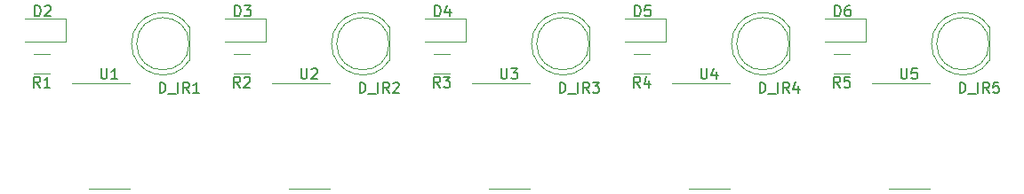
<source format=gto>
%TF.GenerationSoftware,KiCad,Pcbnew,(6.0.11-0)*%
%TF.CreationDate,2025-01-13T00:44:50+09:00*%
%TF.ProjectId,Array,41727261-792e-46b6-9963-61645f706362,rev?*%
%TF.SameCoordinates,Original*%
%TF.FileFunction,Legend,Top*%
%TF.FilePolarity,Positive*%
%FSLAX46Y46*%
G04 Gerber Fmt 4.6, Leading zero omitted, Abs format (unit mm)*
G04 Created by KiCad (PCBNEW (6.0.11-0)) date 2025-01-13 00:44:50*
%MOMM*%
%LPD*%
G01*
G04 APERTURE LIST*
%ADD10C,0.150000*%
%ADD11C,0.120000*%
G04 APERTURE END LIST*
D10*
%TO.C,U5*%
X84963095Y-26027380D02*
X84963095Y-26836904D01*
X85010714Y-26932142D01*
X85058333Y-26979761D01*
X85153571Y-27027380D01*
X85344047Y-27027380D01*
X85439285Y-26979761D01*
X85486904Y-26932142D01*
X85534523Y-26836904D01*
X85534523Y-26027380D01*
X86486904Y-26027380D02*
X86010714Y-26027380D01*
X85963095Y-26503571D01*
X86010714Y-26455952D01*
X86105952Y-26408333D01*
X86344047Y-26408333D01*
X86439285Y-26455952D01*
X86486904Y-26503571D01*
X86534523Y-26598809D01*
X86534523Y-26836904D01*
X86486904Y-26932142D01*
X86439285Y-26979761D01*
X86344047Y-27027380D01*
X86105952Y-27027380D01*
X86010714Y-26979761D01*
X85963095Y-26932142D01*
%TO.C,D6*%
X78656904Y-21027380D02*
X78656904Y-20027380D01*
X78895000Y-20027380D01*
X79037857Y-20075000D01*
X79133095Y-20170238D01*
X79180714Y-20265476D01*
X79228333Y-20455952D01*
X79228333Y-20598809D01*
X79180714Y-20789285D01*
X79133095Y-20884523D01*
X79037857Y-20979761D01*
X78895000Y-21027380D01*
X78656904Y-21027380D01*
X80085476Y-20027380D02*
X79895000Y-20027380D01*
X79799761Y-20075000D01*
X79752142Y-20122619D01*
X79656904Y-20265476D01*
X79609285Y-20455952D01*
X79609285Y-20836904D01*
X79656904Y-20932142D01*
X79704523Y-20979761D01*
X79799761Y-21027380D01*
X79990238Y-21027380D01*
X80085476Y-20979761D01*
X80133095Y-20932142D01*
X80180714Y-20836904D01*
X80180714Y-20598809D01*
X80133095Y-20503571D01*
X80085476Y-20455952D01*
X79990238Y-20408333D01*
X79799761Y-20408333D01*
X79704523Y-20455952D01*
X79656904Y-20503571D01*
X79609285Y-20598809D01*
%TO.C,D_IR5*%
X90547857Y-28367380D02*
X90547857Y-27367380D01*
X90785952Y-27367380D01*
X90928809Y-27415000D01*
X91024047Y-27510238D01*
X91071666Y-27605476D01*
X91119285Y-27795952D01*
X91119285Y-27938809D01*
X91071666Y-28129285D01*
X91024047Y-28224523D01*
X90928809Y-28319761D01*
X90785952Y-28367380D01*
X90547857Y-28367380D01*
X91309761Y-28462619D02*
X92071666Y-28462619D01*
X92309761Y-28367380D02*
X92309761Y-27367380D01*
X93357380Y-28367380D02*
X93024047Y-27891190D01*
X92785952Y-28367380D02*
X92785952Y-27367380D01*
X93166904Y-27367380D01*
X93262142Y-27415000D01*
X93309761Y-27462619D01*
X93357380Y-27557857D01*
X93357380Y-27700714D01*
X93309761Y-27795952D01*
X93262142Y-27843571D01*
X93166904Y-27891190D01*
X92785952Y-27891190D01*
X94262142Y-27367380D02*
X93785952Y-27367380D01*
X93738333Y-27843571D01*
X93785952Y-27795952D01*
X93881190Y-27748333D01*
X94119285Y-27748333D01*
X94214523Y-27795952D01*
X94262142Y-27843571D01*
X94309761Y-27938809D01*
X94309761Y-28176904D01*
X94262142Y-28272142D01*
X94214523Y-28319761D01*
X94119285Y-28367380D01*
X93881190Y-28367380D01*
X93785952Y-28319761D01*
X93738333Y-28272142D01*
%TO.C,R5*%
X79158333Y-27847380D02*
X78825000Y-27371190D01*
X78586904Y-27847380D02*
X78586904Y-26847380D01*
X78967857Y-26847380D01*
X79063095Y-26895000D01*
X79110714Y-26942619D01*
X79158333Y-27037857D01*
X79158333Y-27180714D01*
X79110714Y-27275952D01*
X79063095Y-27323571D01*
X78967857Y-27371190D01*
X78586904Y-27371190D01*
X80063095Y-26847380D02*
X79586904Y-26847380D01*
X79539285Y-27323571D01*
X79586904Y-27275952D01*
X79682142Y-27228333D01*
X79920238Y-27228333D01*
X80015476Y-27275952D01*
X80063095Y-27323571D01*
X80110714Y-27418809D01*
X80110714Y-27656904D01*
X80063095Y-27752142D01*
X80015476Y-27799761D01*
X79920238Y-27847380D01*
X79682142Y-27847380D01*
X79586904Y-27799761D01*
X79539285Y-27752142D01*
%TO.C,U4*%
X65913095Y-26027380D02*
X65913095Y-26836904D01*
X65960714Y-26932142D01*
X66008333Y-26979761D01*
X66103571Y-27027380D01*
X66294047Y-27027380D01*
X66389285Y-26979761D01*
X66436904Y-26932142D01*
X66484523Y-26836904D01*
X66484523Y-26027380D01*
X67389285Y-26360714D02*
X67389285Y-27027380D01*
X67151190Y-25979761D02*
X66913095Y-26694047D01*
X67532142Y-26694047D01*
%TO.C,D5*%
X59606904Y-21027380D02*
X59606904Y-20027380D01*
X59845000Y-20027380D01*
X59987857Y-20075000D01*
X60083095Y-20170238D01*
X60130714Y-20265476D01*
X60178333Y-20455952D01*
X60178333Y-20598809D01*
X60130714Y-20789285D01*
X60083095Y-20884523D01*
X59987857Y-20979761D01*
X59845000Y-21027380D01*
X59606904Y-21027380D01*
X61083095Y-20027380D02*
X60606904Y-20027380D01*
X60559285Y-20503571D01*
X60606904Y-20455952D01*
X60702142Y-20408333D01*
X60940238Y-20408333D01*
X61035476Y-20455952D01*
X61083095Y-20503571D01*
X61130714Y-20598809D01*
X61130714Y-20836904D01*
X61083095Y-20932142D01*
X61035476Y-20979761D01*
X60940238Y-21027380D01*
X60702142Y-21027380D01*
X60606904Y-20979761D01*
X60559285Y-20932142D01*
%TO.C,D_IR4*%
X71497857Y-28367380D02*
X71497857Y-27367380D01*
X71735952Y-27367380D01*
X71878809Y-27415000D01*
X71974047Y-27510238D01*
X72021666Y-27605476D01*
X72069285Y-27795952D01*
X72069285Y-27938809D01*
X72021666Y-28129285D01*
X71974047Y-28224523D01*
X71878809Y-28319761D01*
X71735952Y-28367380D01*
X71497857Y-28367380D01*
X72259761Y-28462619D02*
X73021666Y-28462619D01*
X73259761Y-28367380D02*
X73259761Y-27367380D01*
X74307380Y-28367380D02*
X73974047Y-27891190D01*
X73735952Y-28367380D02*
X73735952Y-27367380D01*
X74116904Y-27367380D01*
X74212142Y-27415000D01*
X74259761Y-27462619D01*
X74307380Y-27557857D01*
X74307380Y-27700714D01*
X74259761Y-27795952D01*
X74212142Y-27843571D01*
X74116904Y-27891190D01*
X73735952Y-27891190D01*
X75164523Y-27700714D02*
X75164523Y-28367380D01*
X74926428Y-27319761D02*
X74688333Y-28034047D01*
X75307380Y-28034047D01*
%TO.C,R4*%
X60108333Y-27847380D02*
X59775000Y-27371190D01*
X59536904Y-27847380D02*
X59536904Y-26847380D01*
X59917857Y-26847380D01*
X60013095Y-26895000D01*
X60060714Y-26942619D01*
X60108333Y-27037857D01*
X60108333Y-27180714D01*
X60060714Y-27275952D01*
X60013095Y-27323571D01*
X59917857Y-27371190D01*
X59536904Y-27371190D01*
X60965476Y-27180714D02*
X60965476Y-27847380D01*
X60727380Y-26799761D02*
X60489285Y-27514047D01*
X61108333Y-27514047D01*
%TO.C,U3*%
X46863095Y-26027380D02*
X46863095Y-26836904D01*
X46910714Y-26932142D01*
X46958333Y-26979761D01*
X47053571Y-27027380D01*
X47244047Y-27027380D01*
X47339285Y-26979761D01*
X47386904Y-26932142D01*
X47434523Y-26836904D01*
X47434523Y-26027380D01*
X47815476Y-26027380D02*
X48434523Y-26027380D01*
X48101190Y-26408333D01*
X48244047Y-26408333D01*
X48339285Y-26455952D01*
X48386904Y-26503571D01*
X48434523Y-26598809D01*
X48434523Y-26836904D01*
X48386904Y-26932142D01*
X48339285Y-26979761D01*
X48244047Y-27027380D01*
X47958333Y-27027380D01*
X47863095Y-26979761D01*
X47815476Y-26932142D01*
%TO.C,D4*%
X40556904Y-21027380D02*
X40556904Y-20027380D01*
X40795000Y-20027380D01*
X40937857Y-20075000D01*
X41033095Y-20170238D01*
X41080714Y-20265476D01*
X41128333Y-20455952D01*
X41128333Y-20598809D01*
X41080714Y-20789285D01*
X41033095Y-20884523D01*
X40937857Y-20979761D01*
X40795000Y-21027380D01*
X40556904Y-21027380D01*
X41985476Y-20360714D02*
X41985476Y-21027380D01*
X41747380Y-19979761D02*
X41509285Y-20694047D01*
X42128333Y-20694047D01*
%TO.C,D_IR3*%
X52447857Y-28367380D02*
X52447857Y-27367380D01*
X52685952Y-27367380D01*
X52828809Y-27415000D01*
X52924047Y-27510238D01*
X52971666Y-27605476D01*
X53019285Y-27795952D01*
X53019285Y-27938809D01*
X52971666Y-28129285D01*
X52924047Y-28224523D01*
X52828809Y-28319761D01*
X52685952Y-28367380D01*
X52447857Y-28367380D01*
X53209761Y-28462619D02*
X53971666Y-28462619D01*
X54209761Y-28367380D02*
X54209761Y-27367380D01*
X55257380Y-28367380D02*
X54924047Y-27891190D01*
X54685952Y-28367380D02*
X54685952Y-27367380D01*
X55066904Y-27367380D01*
X55162142Y-27415000D01*
X55209761Y-27462619D01*
X55257380Y-27557857D01*
X55257380Y-27700714D01*
X55209761Y-27795952D01*
X55162142Y-27843571D01*
X55066904Y-27891190D01*
X54685952Y-27891190D01*
X55590714Y-27367380D02*
X56209761Y-27367380D01*
X55876428Y-27748333D01*
X56019285Y-27748333D01*
X56114523Y-27795952D01*
X56162142Y-27843571D01*
X56209761Y-27938809D01*
X56209761Y-28176904D01*
X56162142Y-28272142D01*
X56114523Y-28319761D01*
X56019285Y-28367380D01*
X55733571Y-28367380D01*
X55638333Y-28319761D01*
X55590714Y-28272142D01*
%TO.C,R3*%
X41058333Y-27847380D02*
X40725000Y-27371190D01*
X40486904Y-27847380D02*
X40486904Y-26847380D01*
X40867857Y-26847380D01*
X40963095Y-26895000D01*
X41010714Y-26942619D01*
X41058333Y-27037857D01*
X41058333Y-27180714D01*
X41010714Y-27275952D01*
X40963095Y-27323571D01*
X40867857Y-27371190D01*
X40486904Y-27371190D01*
X41391666Y-26847380D02*
X42010714Y-26847380D01*
X41677380Y-27228333D01*
X41820238Y-27228333D01*
X41915476Y-27275952D01*
X41963095Y-27323571D01*
X42010714Y-27418809D01*
X42010714Y-27656904D01*
X41963095Y-27752142D01*
X41915476Y-27799761D01*
X41820238Y-27847380D01*
X41534523Y-27847380D01*
X41439285Y-27799761D01*
X41391666Y-27752142D01*
%TO.C,U2*%
X27813095Y-26027380D02*
X27813095Y-26836904D01*
X27860714Y-26932142D01*
X27908333Y-26979761D01*
X28003571Y-27027380D01*
X28194047Y-27027380D01*
X28289285Y-26979761D01*
X28336904Y-26932142D01*
X28384523Y-26836904D01*
X28384523Y-26027380D01*
X28813095Y-26122619D02*
X28860714Y-26075000D01*
X28955952Y-26027380D01*
X29194047Y-26027380D01*
X29289285Y-26075000D01*
X29336904Y-26122619D01*
X29384523Y-26217857D01*
X29384523Y-26313095D01*
X29336904Y-26455952D01*
X28765476Y-27027380D01*
X29384523Y-27027380D01*
%TO.C,D3*%
X21506904Y-21027380D02*
X21506904Y-20027380D01*
X21745000Y-20027380D01*
X21887857Y-20075000D01*
X21983095Y-20170238D01*
X22030714Y-20265476D01*
X22078333Y-20455952D01*
X22078333Y-20598809D01*
X22030714Y-20789285D01*
X21983095Y-20884523D01*
X21887857Y-20979761D01*
X21745000Y-21027380D01*
X21506904Y-21027380D01*
X22411666Y-20027380D02*
X23030714Y-20027380D01*
X22697380Y-20408333D01*
X22840238Y-20408333D01*
X22935476Y-20455952D01*
X22983095Y-20503571D01*
X23030714Y-20598809D01*
X23030714Y-20836904D01*
X22983095Y-20932142D01*
X22935476Y-20979761D01*
X22840238Y-21027380D01*
X22554523Y-21027380D01*
X22459285Y-20979761D01*
X22411666Y-20932142D01*
%TO.C,D_IR2*%
X33397857Y-28367380D02*
X33397857Y-27367380D01*
X33635952Y-27367380D01*
X33778809Y-27415000D01*
X33874047Y-27510238D01*
X33921666Y-27605476D01*
X33969285Y-27795952D01*
X33969285Y-27938809D01*
X33921666Y-28129285D01*
X33874047Y-28224523D01*
X33778809Y-28319761D01*
X33635952Y-28367380D01*
X33397857Y-28367380D01*
X34159761Y-28462619D02*
X34921666Y-28462619D01*
X35159761Y-28367380D02*
X35159761Y-27367380D01*
X36207380Y-28367380D02*
X35874047Y-27891190D01*
X35635952Y-28367380D02*
X35635952Y-27367380D01*
X36016904Y-27367380D01*
X36112142Y-27415000D01*
X36159761Y-27462619D01*
X36207380Y-27557857D01*
X36207380Y-27700714D01*
X36159761Y-27795952D01*
X36112142Y-27843571D01*
X36016904Y-27891190D01*
X35635952Y-27891190D01*
X36588333Y-27462619D02*
X36635952Y-27415000D01*
X36731190Y-27367380D01*
X36969285Y-27367380D01*
X37064523Y-27415000D01*
X37112142Y-27462619D01*
X37159761Y-27557857D01*
X37159761Y-27653095D01*
X37112142Y-27795952D01*
X36540714Y-28367380D01*
X37159761Y-28367380D01*
%TO.C,R2*%
X22008333Y-27847380D02*
X21675000Y-27371190D01*
X21436904Y-27847380D02*
X21436904Y-26847380D01*
X21817857Y-26847380D01*
X21913095Y-26895000D01*
X21960714Y-26942619D01*
X22008333Y-27037857D01*
X22008333Y-27180714D01*
X21960714Y-27275952D01*
X21913095Y-27323571D01*
X21817857Y-27371190D01*
X21436904Y-27371190D01*
X22389285Y-26942619D02*
X22436904Y-26895000D01*
X22532142Y-26847380D01*
X22770238Y-26847380D01*
X22865476Y-26895000D01*
X22913095Y-26942619D01*
X22960714Y-27037857D01*
X22960714Y-27133095D01*
X22913095Y-27275952D01*
X22341666Y-27847380D01*
X22960714Y-27847380D01*
%TO.C,R1*%
X2958333Y-27847380D02*
X2625000Y-27371190D01*
X2386904Y-27847380D02*
X2386904Y-26847380D01*
X2767857Y-26847380D01*
X2863095Y-26895000D01*
X2910714Y-26942619D01*
X2958333Y-27037857D01*
X2958333Y-27180714D01*
X2910714Y-27275952D01*
X2863095Y-27323571D01*
X2767857Y-27371190D01*
X2386904Y-27371190D01*
X3910714Y-27847380D02*
X3339285Y-27847380D01*
X3625000Y-27847380D02*
X3625000Y-26847380D01*
X3529761Y-26990238D01*
X3434523Y-27085476D01*
X3339285Y-27133095D01*
%TO.C,D_IR1*%
X14347857Y-28367380D02*
X14347857Y-27367380D01*
X14585952Y-27367380D01*
X14728809Y-27415000D01*
X14824047Y-27510238D01*
X14871666Y-27605476D01*
X14919285Y-27795952D01*
X14919285Y-27938809D01*
X14871666Y-28129285D01*
X14824047Y-28224523D01*
X14728809Y-28319761D01*
X14585952Y-28367380D01*
X14347857Y-28367380D01*
X15109761Y-28462619D02*
X15871666Y-28462619D01*
X16109761Y-28367380D02*
X16109761Y-27367380D01*
X17157380Y-28367380D02*
X16824047Y-27891190D01*
X16585952Y-28367380D02*
X16585952Y-27367380D01*
X16966904Y-27367380D01*
X17062142Y-27415000D01*
X17109761Y-27462619D01*
X17157380Y-27557857D01*
X17157380Y-27700714D01*
X17109761Y-27795952D01*
X17062142Y-27843571D01*
X16966904Y-27891190D01*
X16585952Y-27891190D01*
X18109761Y-28367380D02*
X17538333Y-28367380D01*
X17824047Y-28367380D02*
X17824047Y-27367380D01*
X17728809Y-27510238D01*
X17633571Y-27605476D01*
X17538333Y-27653095D01*
%TO.C,D2*%
X2456904Y-21027380D02*
X2456904Y-20027380D01*
X2695000Y-20027380D01*
X2837857Y-20075000D01*
X2933095Y-20170238D01*
X2980714Y-20265476D01*
X3028333Y-20455952D01*
X3028333Y-20598809D01*
X2980714Y-20789285D01*
X2933095Y-20884523D01*
X2837857Y-20979761D01*
X2695000Y-21027380D01*
X2456904Y-21027380D01*
X3409285Y-20122619D02*
X3456904Y-20075000D01*
X3552142Y-20027380D01*
X3790238Y-20027380D01*
X3885476Y-20075000D01*
X3933095Y-20122619D01*
X3980714Y-20217857D01*
X3980714Y-20313095D01*
X3933095Y-20455952D01*
X3361666Y-21027380D01*
X3980714Y-21027380D01*
%TO.C,U1*%
X8763095Y-26027380D02*
X8763095Y-26836904D01*
X8810714Y-26932142D01*
X8858333Y-26979761D01*
X8953571Y-27027380D01*
X9144047Y-27027380D01*
X9239285Y-26979761D01*
X9286904Y-26932142D01*
X9334523Y-26836904D01*
X9334523Y-26027380D01*
X10334523Y-27027380D02*
X9763095Y-27027380D01*
X10048809Y-27027380D02*
X10048809Y-26027380D01*
X9953571Y-26170238D01*
X9858333Y-26265476D01*
X9763095Y-26313095D01*
D11*
%TO.C,U5*%
X85725000Y-27415000D02*
X87675000Y-27415000D01*
X85725000Y-37535000D02*
X83775000Y-37535000D01*
X85725000Y-27415000D02*
X82225000Y-27415000D01*
X85725000Y-37535000D02*
X87675000Y-37535000D01*
%TO.C,D6*%
X81610000Y-23510000D02*
X81610000Y-21240000D01*
X77725000Y-23510000D02*
X81610000Y-23510000D01*
X81610000Y-21240000D02*
X77725000Y-21240000D01*
%TO.C,D_IR5*%
X93355000Y-23675000D02*
G75*
G03*
X93355000Y-23675000I-2500000J0D01*
G01*
X93415000Y-22130170D02*
G75*
G03*
X87865000Y-23675462I-2560000J-1544830D01*
G01*
X87865000Y-23674538D02*
G75*
G03*
X93415000Y-25219830I2990000J-462D01*
G01*
X93415000Y-25220000D02*
X93415000Y-22130000D01*
%TO.C,R5*%
X80052064Y-26485000D02*
X78597936Y-26485000D01*
X80052064Y-24665000D02*
X78597936Y-24665000D01*
%TO.C,U4*%
X66675000Y-27415000D02*
X68625000Y-27415000D01*
X66675000Y-37535000D02*
X64725000Y-37535000D01*
X66675000Y-27415000D02*
X63175000Y-27415000D01*
X66675000Y-37535000D02*
X68625000Y-37535000D01*
%TO.C,D5*%
X62560000Y-23510000D02*
X62560000Y-21240000D01*
X58675000Y-23510000D02*
X62560000Y-23510000D01*
X62560000Y-21240000D02*
X58675000Y-21240000D01*
%TO.C,D_IR4*%
X74305000Y-23675000D02*
G75*
G03*
X74305000Y-23675000I-2500000J0D01*
G01*
X74365000Y-22130170D02*
G75*
G03*
X68815000Y-23675462I-2560000J-1544830D01*
G01*
X68815000Y-23674538D02*
G75*
G03*
X74365000Y-25219830I2990000J-462D01*
G01*
X74365000Y-25220000D02*
X74365000Y-22130000D01*
%TO.C,R4*%
X61002064Y-26485000D02*
X59547936Y-26485000D01*
X61002064Y-24665000D02*
X59547936Y-24665000D01*
%TO.C,U3*%
X47625000Y-27415000D02*
X49575000Y-27415000D01*
X47625000Y-37535000D02*
X45675000Y-37535000D01*
X47625000Y-27415000D02*
X44125000Y-27415000D01*
X47625000Y-37535000D02*
X49575000Y-37535000D01*
%TO.C,D4*%
X43510000Y-23510000D02*
X43510000Y-21240000D01*
X39625000Y-23510000D02*
X43510000Y-23510000D01*
X43510000Y-21240000D02*
X39625000Y-21240000D01*
%TO.C,D_IR3*%
X55255000Y-23675000D02*
G75*
G03*
X55255000Y-23675000I-2500000J0D01*
G01*
X55315000Y-22130170D02*
G75*
G03*
X49765000Y-23675462I-2560000J-1544830D01*
G01*
X49765000Y-23674538D02*
G75*
G03*
X55315000Y-25219830I2990000J-462D01*
G01*
X55315000Y-25220000D02*
X55315000Y-22130000D01*
%TO.C,R3*%
X41952064Y-26485000D02*
X40497936Y-26485000D01*
X41952064Y-24665000D02*
X40497936Y-24665000D01*
%TO.C,U2*%
X28575000Y-27415000D02*
X30525000Y-27415000D01*
X28575000Y-37535000D02*
X26625000Y-37535000D01*
X28575000Y-27415000D02*
X25075000Y-27415000D01*
X28575000Y-37535000D02*
X30525000Y-37535000D01*
%TO.C,D3*%
X24460000Y-23510000D02*
X24460000Y-21240000D01*
X20575000Y-23510000D02*
X24460000Y-23510000D01*
X24460000Y-21240000D02*
X20575000Y-21240000D01*
%TO.C,D_IR2*%
X36205000Y-23675000D02*
G75*
G03*
X36205000Y-23675000I-2500000J0D01*
G01*
X36265000Y-22130170D02*
G75*
G03*
X30715000Y-23675462I-2560000J-1544830D01*
G01*
X30715000Y-23674538D02*
G75*
G03*
X36265000Y-25219830I2990000J-462D01*
G01*
X36265000Y-25220000D02*
X36265000Y-22130000D01*
%TO.C,R2*%
X22902064Y-26485000D02*
X21447936Y-26485000D01*
X22902064Y-24665000D02*
X21447936Y-24665000D01*
%TO.C,R1*%
X3852064Y-26485000D02*
X2397936Y-26485000D01*
X3852064Y-24665000D02*
X2397936Y-24665000D01*
%TO.C,D_IR1*%
X17155000Y-23675000D02*
G75*
G03*
X17155000Y-23675000I-2500000J0D01*
G01*
X17215000Y-22130170D02*
G75*
G03*
X11665000Y-23675462I-2560000J-1544830D01*
G01*
X11665000Y-23674538D02*
G75*
G03*
X17215000Y-25219830I2990000J-462D01*
G01*
X17215000Y-25220000D02*
X17215000Y-22130000D01*
%TO.C,D2*%
X5410000Y-23510000D02*
X5410000Y-21240000D01*
X1525000Y-23510000D02*
X5410000Y-23510000D01*
X5410000Y-21240000D02*
X1525000Y-21240000D01*
%TO.C,U1*%
X9525000Y-27415000D02*
X11475000Y-27415000D01*
X9525000Y-37535000D02*
X7575000Y-37535000D01*
X9525000Y-27415000D02*
X6025000Y-27415000D01*
X9525000Y-37535000D02*
X11475000Y-37535000D01*
%TD*%
M02*

</source>
